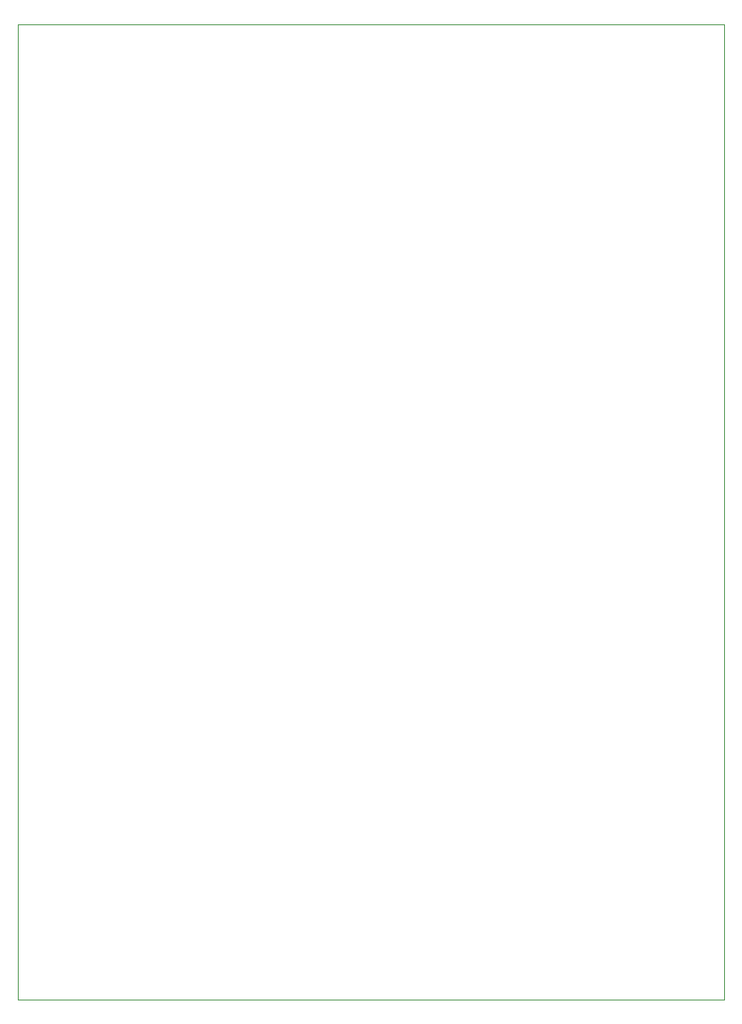
<source format=gbr>
%TF.GenerationSoftware,KiCad,Pcbnew,7.0.9*%
%TF.CreationDate,2024-05-09T16:07:40+09:00*%
%TF.ProjectId,TPIA,54504941-2e6b-4696-9361-645f70636258,rev?*%
%TF.SameCoordinates,Original*%
%TF.FileFunction,Profile,NP*%
%FSLAX46Y46*%
G04 Gerber Fmt 4.6, Leading zero omitted, Abs format (unit mm)*
G04 Created by KiCad (PCBNEW 7.0.9) date 2024-05-09 16:07:40*
%MOMM*%
%LPD*%
G01*
G04 APERTURE LIST*
%TA.AperFunction,Profile*%
%ADD10C,0.050000*%
%TD*%
G04 APERTURE END LIST*
D10*
%TO.C,REF\u002A\u002A*%
X122478800Y-58293000D02*
X185978800Y-58293000D01*
X185978800Y-58293000D02*
X185978800Y-159893000D01*
X185978800Y-159893000D02*
X112318800Y-159893000D01*
X112318800Y-159893000D02*
X112318800Y-58293000D01*
X112318800Y-58293000D02*
X122478800Y-58293000D01*
%TD*%
M02*

</source>
